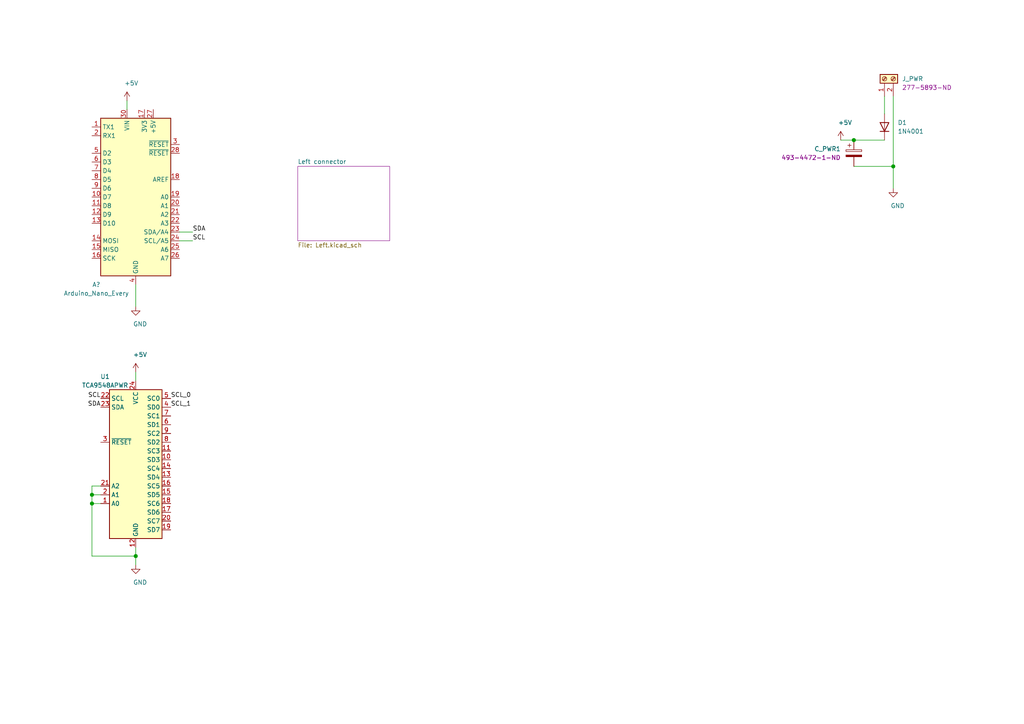
<source format=kicad_sch>
(kicad_sch (version 20200827) (generator eeschema)
  (page 1 2)
  (paper "A4")
  (lib_symbols
    (symbol "Connector:Screw_Terminal_01x02" (pin_names (offset 1.016) hide)
      (property "Reference" "J" (at 0 2.54 0))
      (property "Value" "Screw_Terminal_01x02" (at 0 -5.08 0))
      (symbol "Screw_Terminal_01x02_1_1"
        (circle (center 0 -2.54) (radius 0.635) (stroke (width 0.1524)))
        (circle (center 0 0) (radius 0.635) (stroke (width 0.1524)))
        (rectangle (start -1.27 1.27) (end 1.27 -3.81) (stroke (width 0.254)) (fill (type background)))
        (polyline (pts (xy -0.5334 -2.2098) (xy 0.3302 -3.048)) (stroke (width 0.1524)))
        (polyline (pts (xy -0.5334 0.3302) (xy 0.3302 -0.508)) (stroke (width 0.1524)))
        (polyline (pts (xy -0.3556 -2.032) (xy 0.508 -2.8702)) (stroke (width 0.1524)))
        (polyline (pts (xy -0.3556 0.508) (xy 0.508 -0.3302)) (stroke (width 0.1524)))
        (pin passive line (at -5.08 0 0) (length 3.81) (name "Pin_1") (number "1"))
        (pin passive line (at -5.08 -2.54 0) (length 3.81) (name "Pin_2") (number "2"))
      )
    )
    (symbol "Device:CP" (pin_numbers hide) (pin_names (offset 0.254))
      (property "Reference" "C" (at 0.635 2.54 0))
      (property "Value" "CP" (at 0.635 -2.54 0))
      (symbol "CP_0_1"
        (rectangle (start -2.286 0.508) (end 2.286 1.016))
        (rectangle (start 2.286 -0.508) (end -2.286 -1.016) (fill (type outline)))
        (polyline (pts (xy -1.778 2.286) (xy -0.762 2.286)))
        (polyline (pts (xy -1.27 2.794) (xy -1.27 1.778)))
      )
      (symbol "CP_1_1"
        (pin passive line (at 0 3.81 270) (length 2.794) (name "~") (number "1"))
        (pin passive line (at 0 -3.81 90) (length 2.794) (name "~") (number "2"))
      )
    )
    (symbol "Diode:1N4001" (pin_numbers hide) (pin_names (offset 1.016) hide)
      (property "Reference" "D" (at 0 2.54 0))
      (property "Value" "1N4001" (at 0 -2.54 0))
      (symbol "1N4001_0_1"
        (polyline (pts (xy -1.27 1.27) (xy -1.27 -1.27)) (stroke (width 0.254)))
        (polyline (pts (xy 1.27 0) (xy -1.27 0)))
        (polyline (pts (xy 1.27 1.27) (xy 1.27 -1.27) (xy -1.27 0) (xy 1.27 1.27)) (stroke (width 0.254)))
      )
      (symbol "1N4001_1_1"
        (pin passive line (at -3.81 0 0) (length 2.54) (name "K") (number "1"))
        (pin passive line (at 3.81 0 180) (length 2.54) (name "A") (number "2"))
      )
    )
    (symbol "Interface_Expansion:TCA9548APWR"
      (property "Reference" "U" (at -7.62 21.59 0))
      (property "Value" "TCA9548APWR" (at 1.016 21.59 0))
      (symbol "TCA9548APWR_0_1"
        (rectangle (start -7.62 20.32) (end 7.62 -22.86) (stroke (width 0.254)) (fill (type background)))
      )
      (symbol "TCA9548APWR_1_1"
        (pin input line (at -10.16 -12.7 0) (length 2.54) (name "A0") (number "1"))
        (pin bidirectional line (at 10.16 0 180) (length 2.54) (name "SD3") (number "10"))
        (pin output line (at 10.16 2.54 180) (length 2.54) (name "SC3") (number "11"))
        (pin power_in line (at 0 -25.4 90) (length 2.54) (name "GND") (number "12"))
        (pin bidirectional line (at 10.16 -5.08 180) (length 2.54) (name "SD4") (number "13"))
        (pin output line (at 10.16 -2.54 180) (length 2.54) (name "SC4") (number "14"))
        (pin bidirectional line (at 10.16 -10.16 180) (length 2.54) (name "SD5") (number "15"))
        (pin output line (at 10.16 -7.62 180) (length 2.54) (name "SC5") (number "16"))
        (pin bidirectional line (at 10.16 -15.24 180) (length 2.54) (name "SD6") (number "17"))
        (pin output line (at 10.16 -12.7 180) (length 2.54) (name "SC6") (number "18"))
        (pin bidirectional line (at 10.16 -20.32 180) (length 2.54) (name "SD7") (number "19"))
        (pin input line (at -10.16 -10.16 0) (length 2.54) (name "A1") (number "2"))
        (pin output line (at 10.16 -17.78 180) (length 2.54) (name "SC7") (number "20"))
        (pin input line (at -10.16 -7.62 0) (length 2.54) (name "A2") (number "21"))
        (pin input line (at -10.16 17.78 0) (length 2.54) (name "SCL") (number "22"))
        (pin bidirectional line (at -10.16 15.24 0) (length 2.54) (name "SDA") (number "23"))
        (pin power_in line (at 0 22.86 270) (length 2.54) (name "VCC") (number "24"))
        (pin input line (at -10.16 5.08 0) (length 2.54) (name "~RESET") (number "3"))
        (pin bidirectional line (at 10.16 15.24 180) (length 2.54) (name "SD0") (number "4"))
        (pin output line (at 10.16 17.78 180) (length 2.54) (name "SC0") (number "5"))
        (pin bidirectional line (at 10.16 10.16 180) (length 2.54) (name "SD1") (number "6"))
        (pin output line (at 10.16 12.7 180) (length 2.54) (name "SC1") (number "7"))
        (pin bidirectional line (at 10.16 5.08 180) (length 2.54) (name "SD2") (number "8"))
        (pin output line (at 10.16 7.62 180) (length 2.54) (name "SC2") (number "9"))
      )
    )
    (symbol "MCU_Module:Arduino_Nano_Every"
      (property "Reference" "A" (at -10.16 23.495 0))
      (property "Value" "Arduino_Nano_Every" (at 5.08 -24.13 0))
      (symbol "Arduino_Nano_Every_0_1"
        (rectangle (start -10.16 22.86) (end 10.16 -22.86) (stroke (width 0.254)) (fill (type background)))
      )
      (symbol "Arduino_Nano_Every_1_1"
        (pin bidirectional line (at -12.7 20.32 0) (length 2.54) (name "TX1") (number "1"))
        (pin bidirectional line (at -12.7 0 0) (length 2.54) (name "D7") (number "10"))
        (pin bidirectional line (at -12.7 -2.54 0) (length 2.54) (name "D8") (number "11"))
        (pin bidirectional line (at -12.7 -5.08 0) (length 2.54) (name "D9") (number "12"))
        (pin bidirectional line (at -12.7 -7.62 0) (length 2.54) (name "D10") (number "13"))
        (pin bidirectional line (at -12.7 -12.7 0) (length 2.54) (name "MOSI") (number "14"))
        (pin bidirectional line (at -12.7 -15.24 0) (length 2.54) (name "MISO") (number "15"))
        (pin bidirectional line (at -12.7 -17.78 0) (length 2.54) (name "SCK") (number "16"))
        (pin power_out line (at 2.54 25.4 270) (length 2.54) (name "3V3") (number "17"))
        (pin input line (at 12.7 5.08 180) (length 2.54) (name "AREF") (number "18"))
        (pin bidirectional line (at 12.7 0 180) (length 2.54) (name "A0") (number "19"))
        (pin bidirectional line (at -12.7 17.78 0) (length 2.54) (name "RX1") (number "2"))
        (pin bidirectional line (at 12.7 -2.54 180) (length 2.54) (name "A1") (number "20"))
        (pin bidirectional line (at 12.7 -5.08 180) (length 2.54) (name "A2") (number "21"))
        (pin bidirectional line (at 12.7 -7.62 180) (length 2.54) (name "A3") (number "22"))
        (pin bidirectional line (at 12.7 -10.16 180) (length 2.54) (name "SDA/A4") (number "23"))
        (pin bidirectional line (at 12.7 -12.7 180) (length 2.54) (name "SCL/A5") (number "24"))
        (pin bidirectional line (at 12.7 -15.24 180) (length 2.54) (name "A6") (number "25"))
        (pin bidirectional line (at 12.7 -17.78 180) (length 2.54) (name "A7") (number "26"))
        (pin power_out line (at 5.08 25.4 270) (length 2.54) (name "+5V") (number "27"))
        (pin input line (at 12.7 12.7 180) (length 2.54) (name "~RESET") (number "28"))
        (pin passive line (at 0 -25.4 90) (length 2.54) hide (name "GND") (number "29"))
        (pin input line (at 12.7 15.24 180) (length 2.54) (name "~RESET") (number "3"))
        (pin power_in line (at -2.54 25.4 270) (length 2.54) (name "VIN") (number "30"))
        (pin power_in line (at 0 -25.4 90) (length 2.54) (name "GND") (number "4"))
        (pin bidirectional line (at -12.7 12.7 0) (length 2.54) (name "D2") (number "5"))
        (pin bidirectional line (at -12.7 10.16 0) (length 2.54) (name "D3") (number "6"))
        (pin bidirectional line (at -12.7 7.62 0) (length 2.54) (name "D4") (number "7"))
        (pin bidirectional line (at -12.7 5.08 0) (length 2.54) (name "D5") (number "8"))
        (pin bidirectional line (at -12.7 2.54 0) (length 2.54) (name "D6") (number "9"))
      )
    )
    (symbol "power:+5V" (power) (pin_names (offset 0))
      (property "Value" "+5V" (at 0 3.556 0))
      (symbol "+5V_0_1"
        (polyline (pts (xy -0.762 1.27) (xy 0 2.54)))
        (polyline (pts (xy 0 0) (xy 0 2.54)))
        (polyline (pts (xy 0 2.54) (xy 0.762 1.27)))
      )
      (symbol "+5V_1_1"
        (pin power_in line (at 0 0 90) (length 0) hide (name "+5V") (number "1"))
      )
    )
    (symbol "power:GND" (power) (pin_names (offset 0))
      (property "Value" "GND" (at 0 -3.81 0))
      (symbol "GND_0_1"
        (polyline (pts (xy 0 0) (xy 0 -1.27) (xy 1.27 -1.27) (xy 0 -2.54) (xy -1.27 -1.27) (xy 0 -1.27)))
      )
      (symbol "GND_1_1"
        (pin power_in line (at 0 0 270) (length 0) hide (name "GND") (number "1"))
      )
    )
  )
  (junction (at 26.67 143.51) (diameter 1.016))
  (junction (at 26.67 146.05) (diameter 1.016))
  (junction (at 39.37 161.29) (diameter 1.016))
  (junction (at 247.65 40.64) (diameter 1.016))
  (junction (at 259.08 48.26) (diameter 1.016))
  (wire (pts (xy 26.67 140.97) (xy 26.67 143.51)))
  (wire (pts (xy 26.67 143.51) (xy 26.67 146.05)))
  (wire (pts (xy 26.67 143.51) (xy 29.21 143.51)))
  (wire (pts (xy 26.67 146.05) (xy 26.67 161.29)))
  (wire (pts (xy 26.67 146.05) (xy 29.21 146.05)))
  (wire (pts (xy 26.67 161.29) (xy 39.37 161.29)))
  (wire (pts (xy 29.21 140.97) (xy 26.67 140.97)))
  (wire (pts (xy 36.83 29.21) (xy 36.83 31.75)))
  (wire (pts (xy 39.37 82.55) (xy 39.37 88.9)))
  (wire (pts (xy 39.37 107.95) (xy 39.37 110.49)))
  (wire (pts (xy 39.37 158.75) (xy 39.37 161.29)))
  (wire (pts (xy 39.37 161.29) (xy 39.37 163.83)))
  (wire (pts (xy 52.07 67.31) (xy 55.88 67.31)))
  (wire (pts (xy 52.07 69.85) (xy 55.88 69.85)))
  (wire (pts (xy 243.84 40.64) (xy 247.65 40.64)))
  (wire (pts (xy 247.65 40.64) (xy 256.54 40.64)))
  (wire (pts (xy 247.65 48.26) (xy 259.08 48.26)))
  (wire (pts (xy 256.54 27.94) (xy 256.54 33.02)))
  (wire (pts (xy 259.08 27.94) (xy 259.08 48.26)))
  (wire (pts (xy 259.08 48.26) (xy 259.08 54.61)))
  (label "SCL" (at 29.21 115.57 180))
  (label "SDA" (at 29.21 118.11 180))
  (label "SCL_0" (at 49.53 115.57 0))
  (label "SCL_1" (at 49.53 118.11 0))
  (label "SDA" (at 55.88 67.31 0))
  (label "SCL" (at 55.88 69.85 0))
  (symbol (lib_id "power:+5V") (at 36.83 29.21 0) (unit 1)
    (property "Reference" "#PWR?" (effects hide))
    (property "Value" "+5V" (at 38.1 24.13 0))
  )
  (symbol (lib_id "power:+5V") (at 39.37 107.95 0) (unit 1)
    (property "Reference" "#PWR?" (effects hide))
    (property "Value" "+5V" (at 40.64 102.87 0))
  )
  (symbol (lib_id "power:+5V") (at 243.84 40.64 0) (unit 1)
    (property "Reference" "#PWR?" (effects hide))
    (property "Value" "+5V" (at 245.11 35.56 0))
  )
  (symbol (lib_id "power:GND") (at 39.37 88.9 0) (unit 1)
    (property "Reference" "#PWR?" (effects hide))
    (property "Value" "GND" (at 40.64 93.98 0))
  )
  (symbol (lib_id "power:GND") (at 39.37 163.83 0) (unit 1)
    (property "Reference" "#PWR?" (effects hide))
    (property "Value" "GND" (at 40.64 168.91 0))
  )
  (symbol (lib_id "power:GND") (at 259.08 54.61 0) (unit 1)
    (property "Reference" "#PWR?" (effects hide))
    (property "Value" "GND" (at 260.35 59.69 0))
  )
  (symbol (lib_id "Diode:1N4001") (at 256.54 36.83 90) (unit 1)
    (property "Reference" "D1" (at 260.35 35.56 90) (effects (justify right)))
    (property "Value" "1N4001" (at 260.35 38.1 90) (effects (justify right)))
    (property "Footprint" "Diode_THT:D_DO-41_SOD81_P10.16mm_Horizontal" (effects hide))
    (property "Datasheet" "http://www.vishay.com/docs/88503/1n4001.pdf" (effects hide))
  )
  (symbol (lib_id "Connector:Screw_Terminal_01x02") (at 256.54 22.86 90) (unit 1)
    (property "Reference" "J_PWR" (at 261.62 22.86 90) (effects (justify right)))
    (property "Value" "Screw_Terminal_01x02" (effects hide))
    (property "Footprint" "TerminalBlock_Phoenix:TerminalBlock_Phoenix_MKDS-1,5-2-5.08_1x02_P5.08mm_Horizontal" (effects hide))
    (property "Digikey" "277-5893-ND" (at 261.62 25.4 90) (effects (justify right)))
  )
  (symbol (lib_id "Device:CP") (at 247.65 44.45 0) (unit 1)
    (property "Reference" "C_PWR1" (at 243.84 43.18 0) (effects (justify right)))
    (property "Value" "CP" (effects hide))
    (property "Footprint" "Capacitor_SMD:CP_Elec_18x22" (effects hide))
    (property "Digikey" "493-4472-1-ND" (at 243.84 45.72 0) (effects (justify right)))
  )
  (symbol (lib_id "Interface_Expansion:TCA9548APWR") (at 39.37 133.35 0) (unit 1)
    (property "Reference" "U1" (at 30.48 109.22 0))
    (property "Value" "TCA9548APWR" (at 30.48 111.76 0))
    (property "Footprint" "Package_SO:TSSOP-24_4.4x7.8mm_P0.65mm" (effects hide))
    (property "Datasheet" "http://www.ti.com/lit/ds/symlink/tca9548a.pdf" (effects hide))
  )
  (symbol (lib_id "MCU_Module:Arduino_Nano_Every") (at 39.37 57.15 0) (unit 1)
    (property "Reference" "A?" (at 27.94 82.55 0))
    (property "Value" "Arduino_Nano_Every" (at 27.94 85.09 0))
    (property "Footprint" "Module:Arduino_Nano" (effects hide))
    (property "Datasheet" "https://content.arduino.cc/assets/NANOEveryV3.0_sch.pdf" (effects hide))
  )
  (sheet (at 86.36 48.26) (size 26.67 21.59) (stroke (width 0.001) (color 132 0 132 1)) (fill (color 255 255 255 0.0000))
    (property "Sheet name" "Left connector" (at 86.36 47.6241 0) (effects (justify left bottom)))
    (property "Sheet file" "Left.kicad_sch" (at 86.36 70.3589 0) (effects (justify left top)))
  )
)
</source>
